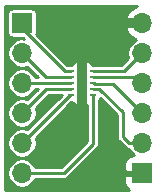
<source format=gbr>
G04 #@! TF.GenerationSoftware,KiCad,Pcbnew,(5.1.5-0-10_14)*
G04 #@! TF.CreationDate,2020-06-03T14:43:28-06:00*
G04 #@! TF.ProjectId,TPS62177DQ,54505336-3231-4373-9744-512e6b696361,rev?*
G04 #@! TF.SameCoordinates,Original*
G04 #@! TF.FileFunction,Copper,L1,Top*
G04 #@! TF.FilePolarity,Positive*
%FSLAX46Y46*%
G04 Gerber Fmt 4.6, Leading zero omitted, Abs format (unit mm)*
G04 Created by KiCad (PCBNEW (5.1.5-0-10_14)) date 2020-06-03 14:43:28*
%MOMM*%
%LPD*%
G04 APERTURE LIST*
%ADD10O,1.700000X1.700000*%
%ADD11R,1.700000X1.700000*%
%ADD12R,0.840000X2.400000*%
%ADD13R,0.500000X0.250000*%
%ADD14C,0.500000*%
%ADD15C,0.840000*%
%ADD16C,0.250000*%
%ADD17C,0.254000*%
G04 APERTURE END LIST*
D10*
X72237600Y-51816000D03*
X72237600Y-54356000D03*
X72237600Y-56896000D03*
X72237600Y-59436000D03*
X72237600Y-61976000D03*
D11*
X72237600Y-64516000D03*
D10*
X62077600Y-64516000D03*
X62077600Y-61976000D03*
X62077600Y-59436000D03*
X62077600Y-56896000D03*
X62077600Y-54356000D03*
D11*
X62077600Y-51816000D03*
D12*
X67157600Y-56896000D03*
D13*
X68107600Y-55896000D03*
X68107600Y-56396000D03*
X68107600Y-56896000D03*
X68107600Y-57396000D03*
X68107600Y-57896000D03*
X66207600Y-57896000D03*
X66207600Y-57396000D03*
X66207600Y-56896000D03*
X66207600Y-56396000D03*
X66207600Y-55896000D03*
D14*
X67157600Y-56896000D03*
X67157600Y-55946000D03*
X67157600Y-57846000D03*
D15*
X70197600Y-51816000D02*
X71035519Y-51816000D01*
X71035519Y-51816000D02*
X72237600Y-51816000D01*
X67157600Y-56896000D02*
X67157600Y-54856000D01*
X67157600Y-54856000D02*
X70197600Y-51816000D01*
X67157600Y-57846000D02*
X67157600Y-59359800D01*
D16*
X70697600Y-55896000D02*
X72237600Y-54356000D01*
X68107600Y-55896000D02*
X70697600Y-55896000D01*
X71737600Y-56396000D02*
X72237600Y-56896000D01*
X68107600Y-56396000D02*
X71737600Y-56396000D01*
X71387601Y-58586001D02*
X72237600Y-59436000D01*
X69747599Y-56945999D02*
X71387601Y-58586001D01*
X68248999Y-56945999D02*
X69747599Y-56945999D01*
X68199000Y-56896000D02*
X68248999Y-56945999D01*
X68107600Y-56896000D02*
X68199000Y-56896000D01*
X68607600Y-57396000D02*
X70586600Y-59375000D01*
X68107600Y-57396000D02*
X68607600Y-57396000D01*
X71137600Y-61976000D02*
X72237600Y-61976000D01*
X70586600Y-61425000D02*
X71137600Y-61976000D01*
X70586600Y-59375000D02*
X70586600Y-61425000D01*
X62077600Y-64516000D02*
X65608200Y-64516000D01*
X68107600Y-62016600D02*
X68107600Y-57896000D01*
X65608200Y-64516000D02*
X68107600Y-62016600D01*
X66157600Y-57896000D02*
X66207600Y-57896000D01*
X62077600Y-61976000D02*
X66157600Y-57896000D01*
X62077600Y-56896000D02*
X66207600Y-56896000D01*
X64117600Y-56396000D02*
X66207600Y-56396000D01*
X62077600Y-54356000D02*
X64117600Y-56396000D01*
X62077600Y-52266000D02*
X62077600Y-51816000D01*
X65707600Y-55896000D02*
X62077600Y-52266000D01*
X66207600Y-55896000D02*
X65707600Y-55896000D01*
X64117600Y-57396000D02*
X62077600Y-59436000D01*
X66207600Y-57396000D02*
X64117600Y-57396000D01*
D17*
G36*
X71606348Y-50471843D02*
G01*
X71356245Y-50620822D01*
X71140012Y-50815731D01*
X70965959Y-51049080D01*
X70840775Y-51311901D01*
X70796124Y-51459110D01*
X70917445Y-51689000D01*
X72110600Y-51689000D01*
X72110600Y-51669000D01*
X72364600Y-51669000D01*
X72364600Y-51689000D01*
X72384600Y-51689000D01*
X72384600Y-51943000D01*
X72364600Y-51943000D01*
X72364600Y-51963000D01*
X72110600Y-51963000D01*
X72110600Y-51943000D01*
X70917445Y-51943000D01*
X70796124Y-52172890D01*
X70840775Y-52320099D01*
X70965959Y-52582920D01*
X71140012Y-52816269D01*
X71356245Y-53011178D01*
X71606348Y-53160157D01*
X71768768Y-53217772D01*
X71654503Y-53265102D01*
X71452883Y-53399820D01*
X71281420Y-53571283D01*
X71146702Y-53772903D01*
X71053907Y-53996931D01*
X71006600Y-54234757D01*
X71006600Y-54477243D01*
X71053907Y-54715069D01*
X71085842Y-54792167D01*
X70488009Y-55390000D01*
X68376313Y-55390000D01*
X68357600Y-55388157D01*
X68133073Y-55388157D01*
X68108137Y-55341506D01*
X68028785Y-55244815D01*
X67932094Y-55165463D01*
X67821780Y-55106498D01*
X67702082Y-55070188D01*
X67577600Y-55057928D01*
X67443350Y-55061000D01*
X67410494Y-55093856D01*
X67284602Y-55068986D01*
X67284602Y-55061000D01*
X67244174Y-55061000D01*
X67243602Y-55060887D01*
X67157579Y-55061000D01*
X67030598Y-55061000D01*
X67030598Y-55068862D01*
X66904889Y-55094039D01*
X66871850Y-55061000D01*
X66737600Y-55057928D01*
X66613118Y-55070188D01*
X66493420Y-55106498D01*
X66383106Y-55165463D01*
X66286415Y-55244815D01*
X66207063Y-55341506D01*
X66182127Y-55388157D01*
X65957600Y-55388157D01*
X65938887Y-55390000D01*
X65917192Y-55390000D01*
X63294893Y-52767702D01*
X63303087Y-52740689D01*
X63310443Y-52666000D01*
X63310443Y-50966000D01*
X63303087Y-50891311D01*
X63281301Y-50819492D01*
X63245922Y-50753304D01*
X63198311Y-50695289D01*
X63140296Y-50647678D01*
X63074108Y-50612299D01*
X63002289Y-50590513D01*
X62927600Y-50583157D01*
X61227600Y-50583157D01*
X61152911Y-50590513D01*
X61081092Y-50612299D01*
X61014904Y-50647678D01*
X60956889Y-50695289D01*
X60909278Y-50753304D01*
X60873899Y-50819492D01*
X60852113Y-50891311D01*
X60844757Y-50966000D01*
X60844757Y-52666000D01*
X60852113Y-52740689D01*
X60873899Y-52812508D01*
X60909278Y-52878696D01*
X60956889Y-52936711D01*
X61014904Y-52984322D01*
X61081092Y-53019701D01*
X61152911Y-53041487D01*
X61227600Y-53048843D01*
X62144852Y-53048843D01*
X62226513Y-53130504D01*
X62198843Y-53125000D01*
X61956357Y-53125000D01*
X61718531Y-53172307D01*
X61494503Y-53265102D01*
X61292883Y-53399820D01*
X61121420Y-53571283D01*
X60986702Y-53772903D01*
X60893907Y-53996931D01*
X60846600Y-54234757D01*
X60846600Y-54477243D01*
X60893907Y-54715069D01*
X60986702Y-54939097D01*
X61121420Y-55140717D01*
X61292883Y-55312180D01*
X61494503Y-55446898D01*
X61718531Y-55539693D01*
X61956357Y-55587000D01*
X62198843Y-55587000D01*
X62436669Y-55539693D01*
X62513767Y-55507758D01*
X63396008Y-56390000D01*
X63200432Y-56390000D01*
X63168498Y-56312903D01*
X63033780Y-56111283D01*
X62862317Y-55939820D01*
X62660697Y-55805102D01*
X62436669Y-55712307D01*
X62198843Y-55665000D01*
X61956357Y-55665000D01*
X61718531Y-55712307D01*
X61494503Y-55805102D01*
X61292883Y-55939820D01*
X61121420Y-56111283D01*
X60986702Y-56312903D01*
X60893907Y-56536931D01*
X60846600Y-56774757D01*
X60846600Y-57017243D01*
X60893907Y-57255069D01*
X60986702Y-57479097D01*
X61121420Y-57680717D01*
X61292883Y-57852180D01*
X61494503Y-57986898D01*
X61718531Y-58079693D01*
X61956357Y-58127000D01*
X62198843Y-58127000D01*
X62436669Y-58079693D01*
X62660697Y-57986898D01*
X62862317Y-57852180D01*
X63033780Y-57680717D01*
X63168498Y-57479097D01*
X63200432Y-57402000D01*
X63396008Y-57402000D01*
X62513767Y-58284242D01*
X62436669Y-58252307D01*
X62198843Y-58205000D01*
X61956357Y-58205000D01*
X61718531Y-58252307D01*
X61494503Y-58345102D01*
X61292883Y-58479820D01*
X61121420Y-58651283D01*
X60986702Y-58852903D01*
X60893907Y-59076931D01*
X60846600Y-59314757D01*
X60846600Y-59557243D01*
X60893907Y-59795069D01*
X60986702Y-60019097D01*
X61121420Y-60220717D01*
X61292883Y-60392180D01*
X61494503Y-60526898D01*
X61718531Y-60619693D01*
X61956357Y-60667000D01*
X62198843Y-60667000D01*
X62436669Y-60619693D01*
X62660697Y-60526898D01*
X62862317Y-60392180D01*
X63033780Y-60220717D01*
X63168498Y-60019097D01*
X63261293Y-59795069D01*
X63308600Y-59557243D01*
X63308600Y-59314757D01*
X63261293Y-59076931D01*
X63229358Y-58999833D01*
X64327192Y-57902000D01*
X65436008Y-57902000D01*
X62513767Y-60824242D01*
X62436669Y-60792307D01*
X62198843Y-60745000D01*
X61956357Y-60745000D01*
X61718531Y-60792307D01*
X61494503Y-60885102D01*
X61292883Y-61019820D01*
X61121420Y-61191283D01*
X60986702Y-61392903D01*
X60893907Y-61616931D01*
X60846600Y-61854757D01*
X60846600Y-62097243D01*
X60893907Y-62335069D01*
X60986702Y-62559097D01*
X61121420Y-62760717D01*
X61292883Y-62932180D01*
X61494503Y-63066898D01*
X61718531Y-63159693D01*
X61956357Y-63207000D01*
X62198843Y-63207000D01*
X62436669Y-63159693D01*
X62660697Y-63066898D01*
X62862317Y-62932180D01*
X63033780Y-62760717D01*
X63168498Y-62559097D01*
X63261293Y-62335069D01*
X63308600Y-62097243D01*
X63308600Y-61854757D01*
X63261293Y-61616931D01*
X63229358Y-61539833D01*
X66257383Y-58511809D01*
X66286415Y-58547185D01*
X66383106Y-58626537D01*
X66493420Y-58685502D01*
X66613118Y-58721812D01*
X66737600Y-58734072D01*
X66871850Y-58731000D01*
X66904706Y-58698144D01*
X67030598Y-58723014D01*
X67030598Y-58731000D01*
X67071026Y-58731000D01*
X67071598Y-58731113D01*
X67157621Y-58731000D01*
X67284602Y-58731000D01*
X67284602Y-58723138D01*
X67410311Y-58697961D01*
X67443350Y-58731000D01*
X67577600Y-58734072D01*
X67601601Y-58731708D01*
X67601600Y-61807008D01*
X65398609Y-64010000D01*
X63200432Y-64010000D01*
X63168498Y-63932903D01*
X63033780Y-63731283D01*
X62862317Y-63559820D01*
X62660697Y-63425102D01*
X62436669Y-63332307D01*
X62198843Y-63285000D01*
X61956357Y-63285000D01*
X61718531Y-63332307D01*
X61494503Y-63425102D01*
X61292883Y-63559820D01*
X61121420Y-63731283D01*
X60986702Y-63932903D01*
X60893907Y-64156931D01*
X60846600Y-64394757D01*
X60846600Y-64637243D01*
X60893907Y-64875069D01*
X60986702Y-65099097D01*
X61121420Y-65300717D01*
X61292883Y-65472180D01*
X61494503Y-65606898D01*
X61718531Y-65699693D01*
X61956357Y-65747000D01*
X62198843Y-65747000D01*
X62436669Y-65699693D01*
X62660697Y-65606898D01*
X62862317Y-65472180D01*
X63033780Y-65300717D01*
X63168498Y-65099097D01*
X63200432Y-65022000D01*
X65583354Y-65022000D01*
X65608200Y-65024447D01*
X65633046Y-65022000D01*
X65633054Y-65022000D01*
X65707393Y-65014678D01*
X65802775Y-64985745D01*
X65890679Y-64938759D01*
X65967727Y-64875527D01*
X65983576Y-64856215D01*
X68447820Y-62391972D01*
X68467127Y-62376127D01*
X68530359Y-62299079D01*
X68577345Y-62211175D01*
X68606278Y-62115793D01*
X68613600Y-62041454D01*
X68613600Y-62041447D01*
X68616047Y-62016601D01*
X68613600Y-61991755D01*
X68613600Y-58303784D01*
X68628311Y-58291711D01*
X68675922Y-58233696D01*
X68694656Y-58198647D01*
X70080600Y-59584592D01*
X70080601Y-61400144D01*
X70078153Y-61425000D01*
X70087922Y-61524192D01*
X70116855Y-61619574D01*
X70125517Y-61635779D01*
X70163842Y-61707479D01*
X70227074Y-61784527D01*
X70246380Y-61800371D01*
X70762228Y-62316220D01*
X70778073Y-62335527D01*
X70855121Y-62398759D01*
X70931078Y-62439359D01*
X70943025Y-62445745D01*
X71038407Y-62474678D01*
X71114854Y-62482208D01*
X71146702Y-62559097D01*
X71281420Y-62760717D01*
X71452883Y-62932180D01*
X71597894Y-63029073D01*
X71387600Y-63027928D01*
X71263118Y-63040188D01*
X71143420Y-63076498D01*
X71033106Y-63135463D01*
X70936415Y-63214815D01*
X70857063Y-63311506D01*
X70798098Y-63421820D01*
X70761788Y-63541518D01*
X70749528Y-63666000D01*
X70752600Y-64230250D01*
X70911350Y-64389000D01*
X72110600Y-64389000D01*
X72110600Y-64369000D01*
X72364600Y-64369000D01*
X72364600Y-64389000D01*
X72384600Y-64389000D01*
X72384600Y-64643000D01*
X72364600Y-64643000D01*
X72364600Y-64663000D01*
X72110600Y-64663000D01*
X72110600Y-64643000D01*
X70911350Y-64643000D01*
X70752600Y-64801750D01*
X70749528Y-65366000D01*
X70761788Y-65490482D01*
X70798098Y-65610180D01*
X70857063Y-65720494D01*
X70936415Y-65817185D01*
X71033106Y-65896537D01*
X71112173Y-65938800D01*
X60654800Y-65938800D01*
X60654800Y-50393200D01*
X71828046Y-50393200D01*
X71606348Y-50471843D01*
G37*
X71606348Y-50471843D02*
X71356245Y-50620822D01*
X71140012Y-50815731D01*
X70965959Y-51049080D01*
X70840775Y-51311901D01*
X70796124Y-51459110D01*
X70917445Y-51689000D01*
X72110600Y-51689000D01*
X72110600Y-51669000D01*
X72364600Y-51669000D01*
X72364600Y-51689000D01*
X72384600Y-51689000D01*
X72384600Y-51943000D01*
X72364600Y-51943000D01*
X72364600Y-51963000D01*
X72110600Y-51963000D01*
X72110600Y-51943000D01*
X70917445Y-51943000D01*
X70796124Y-52172890D01*
X70840775Y-52320099D01*
X70965959Y-52582920D01*
X71140012Y-52816269D01*
X71356245Y-53011178D01*
X71606348Y-53160157D01*
X71768768Y-53217772D01*
X71654503Y-53265102D01*
X71452883Y-53399820D01*
X71281420Y-53571283D01*
X71146702Y-53772903D01*
X71053907Y-53996931D01*
X71006600Y-54234757D01*
X71006600Y-54477243D01*
X71053907Y-54715069D01*
X71085842Y-54792167D01*
X70488009Y-55390000D01*
X68376313Y-55390000D01*
X68357600Y-55388157D01*
X68133073Y-55388157D01*
X68108137Y-55341506D01*
X68028785Y-55244815D01*
X67932094Y-55165463D01*
X67821780Y-55106498D01*
X67702082Y-55070188D01*
X67577600Y-55057928D01*
X67443350Y-55061000D01*
X67410494Y-55093856D01*
X67284602Y-55068986D01*
X67284602Y-55061000D01*
X67244174Y-55061000D01*
X67243602Y-55060887D01*
X67157579Y-55061000D01*
X67030598Y-55061000D01*
X67030598Y-55068862D01*
X66904889Y-55094039D01*
X66871850Y-55061000D01*
X66737600Y-55057928D01*
X66613118Y-55070188D01*
X66493420Y-55106498D01*
X66383106Y-55165463D01*
X66286415Y-55244815D01*
X66207063Y-55341506D01*
X66182127Y-55388157D01*
X65957600Y-55388157D01*
X65938887Y-55390000D01*
X65917192Y-55390000D01*
X63294893Y-52767702D01*
X63303087Y-52740689D01*
X63310443Y-52666000D01*
X63310443Y-50966000D01*
X63303087Y-50891311D01*
X63281301Y-50819492D01*
X63245922Y-50753304D01*
X63198311Y-50695289D01*
X63140296Y-50647678D01*
X63074108Y-50612299D01*
X63002289Y-50590513D01*
X62927600Y-50583157D01*
X61227600Y-50583157D01*
X61152911Y-50590513D01*
X61081092Y-50612299D01*
X61014904Y-50647678D01*
X60956889Y-50695289D01*
X60909278Y-50753304D01*
X60873899Y-50819492D01*
X60852113Y-50891311D01*
X60844757Y-50966000D01*
X60844757Y-52666000D01*
X60852113Y-52740689D01*
X60873899Y-52812508D01*
X60909278Y-52878696D01*
X60956889Y-52936711D01*
X61014904Y-52984322D01*
X61081092Y-53019701D01*
X61152911Y-53041487D01*
X61227600Y-53048843D01*
X62144852Y-53048843D01*
X62226513Y-53130504D01*
X62198843Y-53125000D01*
X61956357Y-53125000D01*
X61718531Y-53172307D01*
X61494503Y-53265102D01*
X61292883Y-53399820D01*
X61121420Y-53571283D01*
X60986702Y-53772903D01*
X60893907Y-53996931D01*
X60846600Y-54234757D01*
X60846600Y-54477243D01*
X60893907Y-54715069D01*
X60986702Y-54939097D01*
X61121420Y-55140717D01*
X61292883Y-55312180D01*
X61494503Y-55446898D01*
X61718531Y-55539693D01*
X61956357Y-55587000D01*
X62198843Y-55587000D01*
X62436669Y-55539693D01*
X62513767Y-55507758D01*
X63396008Y-56390000D01*
X63200432Y-56390000D01*
X63168498Y-56312903D01*
X63033780Y-56111283D01*
X62862317Y-55939820D01*
X62660697Y-55805102D01*
X62436669Y-55712307D01*
X62198843Y-55665000D01*
X61956357Y-55665000D01*
X61718531Y-55712307D01*
X61494503Y-55805102D01*
X61292883Y-55939820D01*
X61121420Y-56111283D01*
X60986702Y-56312903D01*
X60893907Y-56536931D01*
X60846600Y-56774757D01*
X60846600Y-57017243D01*
X60893907Y-57255069D01*
X60986702Y-57479097D01*
X61121420Y-57680717D01*
X61292883Y-57852180D01*
X61494503Y-57986898D01*
X61718531Y-58079693D01*
X61956357Y-58127000D01*
X62198843Y-58127000D01*
X62436669Y-58079693D01*
X62660697Y-57986898D01*
X62862317Y-57852180D01*
X63033780Y-57680717D01*
X63168498Y-57479097D01*
X63200432Y-57402000D01*
X63396008Y-57402000D01*
X62513767Y-58284242D01*
X62436669Y-58252307D01*
X62198843Y-58205000D01*
X61956357Y-58205000D01*
X61718531Y-58252307D01*
X61494503Y-58345102D01*
X61292883Y-58479820D01*
X61121420Y-58651283D01*
X60986702Y-58852903D01*
X60893907Y-59076931D01*
X60846600Y-59314757D01*
X60846600Y-59557243D01*
X60893907Y-59795069D01*
X60986702Y-60019097D01*
X61121420Y-60220717D01*
X61292883Y-60392180D01*
X61494503Y-60526898D01*
X61718531Y-60619693D01*
X61956357Y-60667000D01*
X62198843Y-60667000D01*
X62436669Y-60619693D01*
X62660697Y-60526898D01*
X62862317Y-60392180D01*
X63033780Y-60220717D01*
X63168498Y-60019097D01*
X63261293Y-59795069D01*
X63308600Y-59557243D01*
X63308600Y-59314757D01*
X63261293Y-59076931D01*
X63229358Y-58999833D01*
X64327192Y-57902000D01*
X65436008Y-57902000D01*
X62513767Y-60824242D01*
X62436669Y-60792307D01*
X62198843Y-60745000D01*
X61956357Y-60745000D01*
X61718531Y-60792307D01*
X61494503Y-60885102D01*
X61292883Y-61019820D01*
X61121420Y-61191283D01*
X60986702Y-61392903D01*
X60893907Y-61616931D01*
X60846600Y-61854757D01*
X60846600Y-62097243D01*
X60893907Y-62335069D01*
X60986702Y-62559097D01*
X61121420Y-62760717D01*
X61292883Y-62932180D01*
X61494503Y-63066898D01*
X61718531Y-63159693D01*
X61956357Y-63207000D01*
X62198843Y-63207000D01*
X62436669Y-63159693D01*
X62660697Y-63066898D01*
X62862317Y-62932180D01*
X63033780Y-62760717D01*
X63168498Y-62559097D01*
X63261293Y-62335069D01*
X63308600Y-62097243D01*
X63308600Y-61854757D01*
X63261293Y-61616931D01*
X63229358Y-61539833D01*
X66257383Y-58511809D01*
X66286415Y-58547185D01*
X66383106Y-58626537D01*
X66493420Y-58685502D01*
X66613118Y-58721812D01*
X66737600Y-58734072D01*
X66871850Y-58731000D01*
X66904706Y-58698144D01*
X67030598Y-58723014D01*
X67030598Y-58731000D01*
X67071026Y-58731000D01*
X67071598Y-58731113D01*
X67157621Y-58731000D01*
X67284602Y-58731000D01*
X67284602Y-58723138D01*
X67410311Y-58697961D01*
X67443350Y-58731000D01*
X67577600Y-58734072D01*
X67601601Y-58731708D01*
X67601600Y-61807008D01*
X65398609Y-64010000D01*
X63200432Y-64010000D01*
X63168498Y-63932903D01*
X63033780Y-63731283D01*
X62862317Y-63559820D01*
X62660697Y-63425102D01*
X62436669Y-63332307D01*
X62198843Y-63285000D01*
X61956357Y-63285000D01*
X61718531Y-63332307D01*
X61494503Y-63425102D01*
X61292883Y-63559820D01*
X61121420Y-63731283D01*
X60986702Y-63932903D01*
X60893907Y-64156931D01*
X60846600Y-64394757D01*
X60846600Y-64637243D01*
X60893907Y-64875069D01*
X60986702Y-65099097D01*
X61121420Y-65300717D01*
X61292883Y-65472180D01*
X61494503Y-65606898D01*
X61718531Y-65699693D01*
X61956357Y-65747000D01*
X62198843Y-65747000D01*
X62436669Y-65699693D01*
X62660697Y-65606898D01*
X62862317Y-65472180D01*
X63033780Y-65300717D01*
X63168498Y-65099097D01*
X63200432Y-65022000D01*
X65583354Y-65022000D01*
X65608200Y-65024447D01*
X65633046Y-65022000D01*
X65633054Y-65022000D01*
X65707393Y-65014678D01*
X65802775Y-64985745D01*
X65890679Y-64938759D01*
X65967727Y-64875527D01*
X65983576Y-64856215D01*
X68447820Y-62391972D01*
X68467127Y-62376127D01*
X68530359Y-62299079D01*
X68577345Y-62211175D01*
X68606278Y-62115793D01*
X68613600Y-62041454D01*
X68613600Y-62041447D01*
X68616047Y-62016601D01*
X68613600Y-61991755D01*
X68613600Y-58303784D01*
X68628311Y-58291711D01*
X68675922Y-58233696D01*
X68694656Y-58198647D01*
X70080600Y-59584592D01*
X70080601Y-61400144D01*
X70078153Y-61425000D01*
X70087922Y-61524192D01*
X70116855Y-61619574D01*
X70125517Y-61635779D01*
X70163842Y-61707479D01*
X70227074Y-61784527D01*
X70246380Y-61800371D01*
X70762228Y-62316220D01*
X70778073Y-62335527D01*
X70855121Y-62398759D01*
X70931078Y-62439359D01*
X70943025Y-62445745D01*
X71038407Y-62474678D01*
X71114854Y-62482208D01*
X71146702Y-62559097D01*
X71281420Y-62760717D01*
X71452883Y-62932180D01*
X71597894Y-63029073D01*
X71387600Y-63027928D01*
X71263118Y-63040188D01*
X71143420Y-63076498D01*
X71033106Y-63135463D01*
X70936415Y-63214815D01*
X70857063Y-63311506D01*
X70798098Y-63421820D01*
X70761788Y-63541518D01*
X70749528Y-63666000D01*
X70752600Y-64230250D01*
X70911350Y-64389000D01*
X72110600Y-64389000D01*
X72110600Y-64369000D01*
X72364600Y-64369000D01*
X72364600Y-64389000D01*
X72384600Y-64389000D01*
X72384600Y-64643000D01*
X72364600Y-64643000D01*
X72364600Y-64663000D01*
X72110600Y-64663000D01*
X72110600Y-64643000D01*
X70911350Y-64643000D01*
X70752600Y-64801750D01*
X70749528Y-65366000D01*
X70761788Y-65490482D01*
X70798098Y-65610180D01*
X70857063Y-65720494D01*
X70936415Y-65817185D01*
X71033106Y-65896537D01*
X71112173Y-65938800D01*
X60654800Y-65938800D01*
X60654800Y-50393200D01*
X71828046Y-50393200D01*
X71606348Y-50471843D01*
G36*
X67071598Y-56831113D02*
G01*
X67245928Y-56830884D01*
X67291289Y-56821799D01*
X67304600Y-56835110D01*
X67304600Y-56956890D01*
X67291200Y-56970290D01*
X67243602Y-56960887D01*
X67069272Y-56961116D01*
X67023911Y-56970201D01*
X67010600Y-56956890D01*
X67010600Y-56835110D01*
X67024000Y-56821710D01*
X67071598Y-56831113D01*
G37*
X67071598Y-56831113D02*
X67245928Y-56830884D01*
X67291289Y-56821799D01*
X67304600Y-56835110D01*
X67304600Y-56956890D01*
X67291200Y-56970290D01*
X67243602Y-56960887D01*
X67069272Y-56961116D01*
X67023911Y-56970201D01*
X67010600Y-56956890D01*
X67010600Y-56835110D01*
X67024000Y-56821710D01*
X67071598Y-56831113D01*
M02*

</source>
